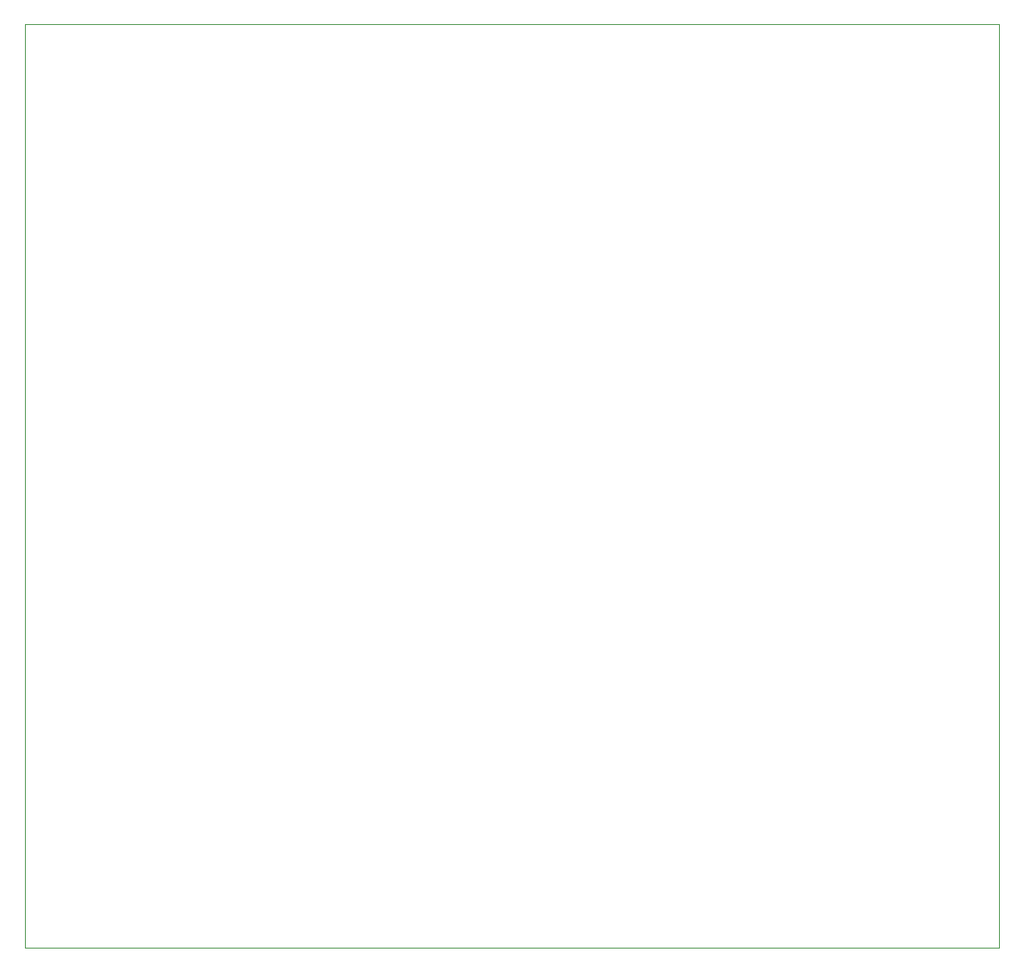
<source format=gm1>
%TF.GenerationSoftware,KiCad,Pcbnew,4.0.0-rc2-stable*%
%TF.CreationDate,2016-01-15T11:30:49-06:00*%
%TF.ProjectId,GMCounter,474D436F756E7465722E6B696361645F,rev?*%
%TF.FileFunction,Profile,NP*%
%FSLAX46Y46*%
G04 Gerber Fmt 4.6, Leading zero omitted, Abs format (unit mm)*
G04 Created by KiCad (PCBNEW 4.0.0-rc2-stable) date 15/01/2016 11:30:49*
%MOMM*%
G01*
G04 APERTURE LIST*
%ADD10C,0.100000*%
G04 APERTURE END LIST*
D10*
X152844500Y-42862500D02*
X152844500Y-136842500D01*
X53784500Y-42862500D02*
X152844500Y-42862500D01*
X53784500Y-136842500D02*
X53784500Y-42862500D01*
X152844500Y-136842500D02*
X53784500Y-136842500D01*
M02*

</source>
